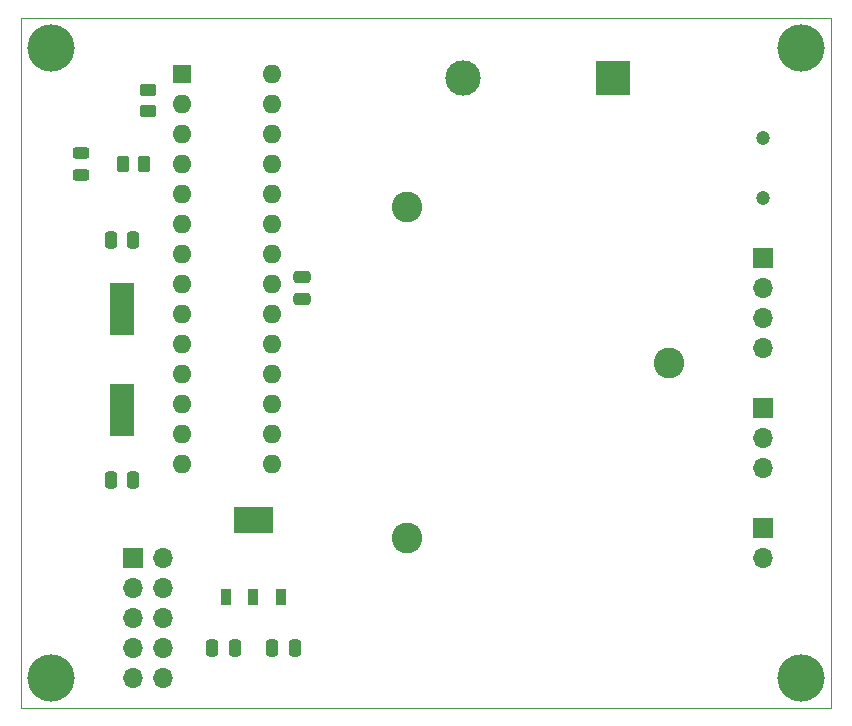
<source format=gbr>
%TF.GenerationSoftware,KiCad,Pcbnew,(6.0.0)*%
%TF.CreationDate,2022-02-18T15:42:34-07:00*%
%TF.ProjectId,SoilMoisture_Small,536f696c-4d6f-4697-9374-7572655f536d,0*%
%TF.SameCoordinates,Original*%
%TF.FileFunction,Soldermask,Top*%
%TF.FilePolarity,Negative*%
%FSLAX46Y46*%
G04 Gerber Fmt 4.6, Leading zero omitted, Abs format (unit mm)*
G04 Created by KiCad (PCBNEW (6.0.0)) date 2022-02-18 15:42:34*
%MOMM*%
%LPD*%
G01*
G04 APERTURE LIST*
G04 Aperture macros list*
%AMRoundRect*
0 Rectangle with rounded corners*
0 $1 Rounding radius*
0 $2 $3 $4 $5 $6 $7 $8 $9 X,Y pos of 4 corners*
0 Add a 4 corners polygon primitive as box body*
4,1,4,$2,$3,$4,$5,$6,$7,$8,$9,$2,$3,0*
0 Add four circle primitives for the rounded corners*
1,1,$1+$1,$2,$3*
1,1,$1+$1,$4,$5*
1,1,$1+$1,$6,$7*
1,1,$1+$1,$8,$9*
0 Add four rect primitives between the rounded corners*
20,1,$1+$1,$2,$3,$4,$5,0*
20,1,$1+$1,$4,$5,$6,$7,0*
20,1,$1+$1,$6,$7,$8,$9,0*
20,1,$1+$1,$8,$9,$2,$3,0*%
G04 Aperture macros list end*
%TA.AperFunction,Profile*%
%ADD10C,0.100000*%
%TD*%
%ADD11C,0.100000*%
%ADD12R,2.000000X4.500000*%
%ADD13C,4.000000*%
%ADD14R,1.600000X1.600000*%
%ADD15O,1.600000X1.600000*%
%ADD16RoundRect,0.250000X-0.250000X-0.475000X0.250000X-0.475000X0.250000X0.475000X-0.250000X0.475000X0*%
%ADD17C,2.600000*%
%ADD18R,3.000000X3.000000*%
%ADD19C,3.000000*%
%ADD20R,1.700000X1.700000*%
%ADD21O,1.700000X1.700000*%
%ADD22R,0.889000X1.473200*%
%ADD23RoundRect,0.250000X0.450000X-0.262500X0.450000X0.262500X-0.450000X0.262500X-0.450000X-0.262500X0*%
%ADD24RoundRect,0.243750X0.456250X-0.243750X0.456250X0.243750X-0.456250X0.243750X-0.456250X-0.243750X0*%
%ADD25RoundRect,0.250000X0.475000X-0.250000X0.475000X0.250000X-0.475000X0.250000X-0.475000X-0.250000X0*%
%ADD26RoundRect,0.250000X-0.262500X-0.450000X0.262500X-0.450000X0.262500X0.450000X-0.262500X0.450000X0*%
%ADD27C,1.200000*%
G04 APERTURE END LIST*
D10*
X84455000Y-71120000D02*
X153035000Y-71120000D01*
X153035000Y-71120000D02*
X153035000Y-129540000D01*
X153035000Y-129540000D02*
X84455000Y-129540000D01*
X84455000Y-129540000D02*
X84455000Y-71120000D01*
D11*
%TO.C,U1*%
X105740200Y-112478800D02*
X102539800Y-112478800D01*
X102539800Y-112478800D02*
X102539800Y-114663200D01*
X102539800Y-114663200D02*
X105740200Y-114663200D01*
X105740200Y-114663200D02*
X105740200Y-112478800D01*
G36*
X105740200Y-114663200D02*
G01*
X102539800Y-114663200D01*
X102539800Y-112478800D01*
X105740200Y-112478800D01*
X105740200Y-114663200D01*
G37*
X105740200Y-114663200D02*
X102539800Y-114663200D01*
X102539800Y-112478800D01*
X105740200Y-112478800D01*
X105740200Y-114663200D01*
%TD*%
D12*
%TO.C,Y1*%
X93037508Y-95774997D03*
X93037508Y-104274997D03*
%TD*%
D13*
%TO.C,REF\u002A\u002A*%
X86995000Y-73660000D03*
%TD*%
D14*
%TO.C,U2*%
X98117500Y-75885000D03*
D15*
X98117500Y-78425000D03*
X98117500Y-80965000D03*
X98117500Y-83505000D03*
X98117500Y-86045000D03*
X98117500Y-88585000D03*
X98117500Y-91125000D03*
X98117500Y-93665000D03*
X98117500Y-96205000D03*
X98117500Y-98745000D03*
X98117500Y-101285000D03*
X98117500Y-103825000D03*
X98117500Y-106365000D03*
X98117500Y-108905000D03*
X105737500Y-108905000D03*
X105737500Y-106365000D03*
X105737500Y-103825000D03*
X105737500Y-101285000D03*
X105737500Y-98745000D03*
X105737500Y-96205000D03*
X105737500Y-93665000D03*
X105737500Y-91125000D03*
X105737500Y-88585000D03*
X105737500Y-86045000D03*
X105737500Y-83505000D03*
X105737500Y-80965000D03*
X105737500Y-78425000D03*
X105737500Y-75885000D03*
%TD*%
D16*
%TO.C,C1*%
X100650000Y-124460000D03*
X102550000Y-124460000D03*
%TD*%
D17*
%TO.C,J1*%
X117170000Y-115100000D03*
X139370000Y-100350000D03*
X117170000Y-87100000D03*
D18*
X134620000Y-76200000D03*
D19*
X121920000Y-76200000D03*
%TD*%
D20*
%TO.C,J2*%
X147320000Y-91440000D03*
D21*
X147320000Y-93980000D03*
X147320000Y-96520000D03*
X147320000Y-99060000D03*
%TD*%
D22*
%TO.C,U1*%
X101840000Y-120109000D03*
X104140000Y-120109000D03*
X106440000Y-120109000D03*
%TD*%
D13*
%TO.C,REF\u002A\u002A*%
X150495000Y-127000000D03*
%TD*%
%TO.C,REF\u002A\u002A*%
X150495000Y-73660000D03*
%TD*%
D20*
%TO.C,J3*%
X93980000Y-116840000D03*
D21*
X96520000Y-116840000D03*
X93980000Y-119380000D03*
X96520000Y-119380000D03*
X93980000Y-121920000D03*
X96520000Y-121920000D03*
X93980000Y-124460000D03*
X96520000Y-124460000D03*
X93980000Y-127000000D03*
X96520000Y-127000000D03*
%TD*%
D16*
%TO.C,C2*%
X105730000Y-124460000D03*
X107630000Y-124460000D03*
%TD*%
D23*
%TO.C,R1*%
X95250000Y-79020000D03*
X95250000Y-77195000D03*
%TD*%
D13*
%TO.C,REF\u002A\u002A*%
X86995000Y-127000000D03*
%TD*%
D24*
%TO.C,D1*%
X89535000Y-84442500D03*
X89535000Y-82567500D03*
%TD*%
D16*
%TO.C,C4*%
X92087500Y-110185000D03*
X93987500Y-110185000D03*
%TD*%
D25*
%TO.C,C3*%
X108277500Y-94930000D03*
X108277500Y-93030000D03*
%TD*%
D26*
%TO.C,R2*%
X93067500Y-83505000D03*
X94892500Y-83505000D03*
%TD*%
D20*
%TO.C,J4*%
X147320000Y-104140000D03*
D21*
X147320000Y-106680000D03*
X147320000Y-109220000D03*
%TD*%
D16*
%TO.C,C5*%
X92087500Y-89865000D03*
X93987500Y-89865000D03*
%TD*%
D27*
%TO.C,SW1*%
X147320000Y-86360000D03*
X147320000Y-81280000D03*
%TD*%
D20*
%TO.C,J5*%
X147320000Y-114300000D03*
D21*
X147320000Y-116840000D03*
%TD*%
M02*

</source>
